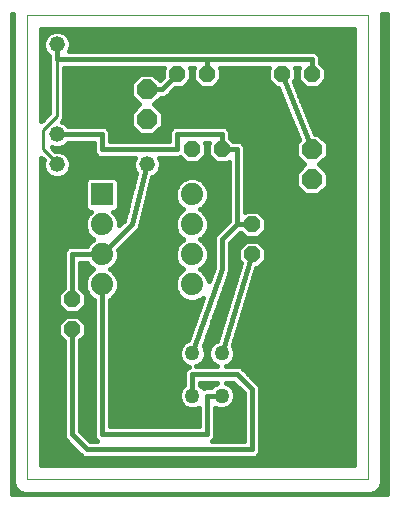
<source format=gtl>
G75*
%MOIN*%
%OFA0B0*%
%FSLAX25Y25*%
%IPPOS*%
%LPD*%
%AMOC8*
5,1,8,0,0,1.08239X$1,22.5*
%
%ADD10C,0.00000*%
%ADD11OC8,0.06600*%
%ADD12OC8,0.05200*%
%ADD13R,0.07400X0.07400*%
%ADD14C,0.07400*%
%ADD15C,0.05200*%
%ADD16C,0.05000*%
%ADD17C,0.01600*%
%ADD18C,0.01000*%
D10*
X0006800Y0006800D02*
X0006800Y0161761D01*
X0120501Y0161761D01*
X0120501Y0006800D01*
X0006800Y0006800D01*
D11*
X0101800Y0106800D03*
X0101800Y0116800D03*
X0046800Y0126800D03*
X0046800Y0136800D03*
D12*
X0056800Y0141800D03*
X0066800Y0141800D03*
X0061800Y0116800D03*
X0071800Y0116800D03*
X0081800Y0091800D03*
X0081800Y0081800D03*
X0091800Y0141800D03*
X0101800Y0141800D03*
X0021800Y0066800D03*
X0021800Y0056800D03*
D13*
X0031800Y0101800D03*
D14*
X0031800Y0091800D03*
X0031800Y0081800D03*
X0031800Y0071800D03*
X0061800Y0071800D03*
X0061800Y0081800D03*
X0061800Y0091800D03*
X0061800Y0101800D03*
D15*
X0046800Y0111800D03*
X0016800Y0111800D03*
X0016800Y0121800D03*
X0016800Y0151800D03*
D16*
X0061879Y0048887D03*
X0071721Y0048887D03*
X0071721Y0034713D03*
X0061879Y0034713D03*
D17*
X0001800Y0001800D02*
X0001800Y0161800D01*
X0002000Y0161800D01*
X0002000Y0005845D01*
X0002731Y0004081D01*
X0004081Y0002731D01*
X0005845Y0002000D01*
X0007755Y0002000D01*
X0119546Y0002000D01*
X0121456Y0002000D01*
X0123220Y0002731D01*
X0124570Y0004081D01*
X0125301Y0005845D01*
X0125301Y0161800D01*
X0126800Y0161800D01*
X0126800Y0001800D01*
X0001800Y0001800D01*
X0001800Y0002004D02*
X0005834Y0002004D01*
X0003209Y0003603D02*
X0001800Y0003603D01*
X0001800Y0005201D02*
X0002267Y0005201D01*
X0002000Y0006800D02*
X0001800Y0006800D01*
X0001800Y0008399D02*
X0002000Y0008399D01*
X0002000Y0009997D02*
X0001800Y0009997D01*
X0001800Y0011596D02*
X0002000Y0011596D01*
X0002000Y0013194D02*
X0001800Y0013194D01*
X0001800Y0014793D02*
X0002000Y0014793D01*
X0002000Y0016391D02*
X0001800Y0016391D01*
X0001800Y0017990D02*
X0002000Y0017990D01*
X0002000Y0019588D02*
X0001800Y0019588D01*
X0001800Y0021187D02*
X0002000Y0021187D01*
X0002000Y0022785D02*
X0001800Y0022785D01*
X0001800Y0024384D02*
X0002000Y0024384D01*
X0002000Y0025982D02*
X0001800Y0025982D01*
X0001800Y0027581D02*
X0002000Y0027581D01*
X0002000Y0029179D02*
X0001800Y0029179D01*
X0001800Y0030778D02*
X0002000Y0030778D01*
X0002000Y0032376D02*
X0001800Y0032376D01*
X0001800Y0033975D02*
X0002000Y0033975D01*
X0002000Y0035573D02*
X0001800Y0035573D01*
X0001800Y0037172D02*
X0002000Y0037172D01*
X0002000Y0038770D02*
X0001800Y0038770D01*
X0001800Y0040369D02*
X0002000Y0040369D01*
X0002000Y0041967D02*
X0001800Y0041967D01*
X0001800Y0043566D02*
X0002000Y0043566D01*
X0002000Y0045164D02*
X0001800Y0045164D01*
X0001800Y0046763D02*
X0002000Y0046763D01*
X0002000Y0048361D02*
X0001800Y0048361D01*
X0001800Y0049960D02*
X0002000Y0049960D01*
X0002000Y0051558D02*
X0001800Y0051558D01*
X0001800Y0053157D02*
X0002000Y0053157D01*
X0002000Y0054755D02*
X0001800Y0054755D01*
X0001800Y0056354D02*
X0002000Y0056354D01*
X0002000Y0057952D02*
X0001800Y0057952D01*
X0001800Y0059551D02*
X0002000Y0059551D01*
X0002000Y0061149D02*
X0001800Y0061149D01*
X0001800Y0062748D02*
X0002000Y0062748D01*
X0002000Y0064346D02*
X0001800Y0064346D01*
X0001800Y0065945D02*
X0002000Y0065945D01*
X0002000Y0067543D02*
X0001800Y0067543D01*
X0001800Y0069142D02*
X0002000Y0069142D01*
X0002000Y0070740D02*
X0001800Y0070740D01*
X0001800Y0072339D02*
X0002000Y0072339D01*
X0002000Y0073937D02*
X0001800Y0073937D01*
X0001800Y0075536D02*
X0002000Y0075536D01*
X0002000Y0077134D02*
X0001800Y0077134D01*
X0001800Y0078733D02*
X0002000Y0078733D01*
X0002000Y0080332D02*
X0001800Y0080332D01*
X0001800Y0081930D02*
X0002000Y0081930D01*
X0002000Y0083529D02*
X0001800Y0083529D01*
X0001800Y0085127D02*
X0002000Y0085127D01*
X0002000Y0086726D02*
X0001800Y0086726D01*
X0001800Y0088324D02*
X0002000Y0088324D01*
X0002000Y0089923D02*
X0001800Y0089923D01*
X0001800Y0091521D02*
X0002000Y0091521D01*
X0002000Y0093120D02*
X0001800Y0093120D01*
X0001800Y0094718D02*
X0002000Y0094718D01*
X0002000Y0096317D02*
X0001800Y0096317D01*
X0001800Y0097915D02*
X0002000Y0097915D01*
X0002000Y0099514D02*
X0001800Y0099514D01*
X0001800Y0101112D02*
X0002000Y0101112D01*
X0002000Y0102711D02*
X0001800Y0102711D01*
X0001800Y0104309D02*
X0002000Y0104309D01*
X0002000Y0105908D02*
X0001800Y0105908D01*
X0001800Y0107506D02*
X0002000Y0107506D01*
X0002000Y0109105D02*
X0001800Y0109105D01*
X0001800Y0110703D02*
X0002000Y0110703D01*
X0002000Y0112302D02*
X0001800Y0112302D01*
X0001800Y0113900D02*
X0002000Y0113900D01*
X0002000Y0115499D02*
X0001800Y0115499D01*
X0001800Y0117097D02*
X0002000Y0117097D01*
X0002000Y0118696D02*
X0001800Y0118696D01*
X0001800Y0120294D02*
X0002000Y0120294D01*
X0002000Y0121893D02*
X0001800Y0121893D01*
X0001800Y0123491D02*
X0002000Y0123491D01*
X0002000Y0125090D02*
X0001800Y0125090D01*
X0001800Y0126688D02*
X0002000Y0126688D01*
X0002000Y0128287D02*
X0001800Y0128287D01*
X0001800Y0129885D02*
X0002000Y0129885D01*
X0002000Y0131484D02*
X0001800Y0131484D01*
X0001800Y0133082D02*
X0002000Y0133082D01*
X0002000Y0134681D02*
X0001800Y0134681D01*
X0001800Y0136279D02*
X0002000Y0136279D01*
X0002000Y0137878D02*
X0001800Y0137878D01*
X0001800Y0139476D02*
X0002000Y0139476D01*
X0002000Y0141075D02*
X0001800Y0141075D01*
X0001800Y0142673D02*
X0002000Y0142673D01*
X0002000Y0144272D02*
X0001800Y0144272D01*
X0001800Y0145870D02*
X0002000Y0145870D01*
X0002000Y0147469D02*
X0001800Y0147469D01*
X0001800Y0149068D02*
X0002000Y0149068D01*
X0002000Y0150666D02*
X0001800Y0150666D01*
X0001800Y0152265D02*
X0002000Y0152265D01*
X0002000Y0153863D02*
X0001800Y0153863D01*
X0001800Y0155462D02*
X0002000Y0155462D01*
X0002000Y0157060D02*
X0001800Y0157060D01*
X0001800Y0158659D02*
X0002000Y0158659D01*
X0002000Y0160257D02*
X0001800Y0160257D01*
X0011600Y0156961D02*
X0115701Y0156961D01*
X0115701Y0011600D01*
X0011600Y0011600D01*
X0011600Y0113964D01*
X0012390Y0113174D01*
X0012200Y0112715D01*
X0012200Y0110885D01*
X0012900Y0109194D01*
X0014194Y0107900D01*
X0015885Y0107200D01*
X0017715Y0107200D01*
X0019406Y0107900D01*
X0020700Y0109194D01*
X0021400Y0110885D01*
X0021400Y0112715D01*
X0020700Y0114406D01*
X0019406Y0115700D01*
X0017715Y0116400D01*
X0016236Y0116400D01*
X0015118Y0117518D01*
X0015885Y0117200D01*
X0017715Y0117200D01*
X0019406Y0117900D01*
X0020505Y0119000D01*
X0029000Y0119000D01*
X0029000Y0116243D01*
X0029426Y0115214D01*
X0030214Y0114426D01*
X0031243Y0114000D01*
X0042732Y0114000D01*
X0042200Y0112715D01*
X0042200Y0110885D01*
X0042900Y0109194D01*
X0043190Y0108905D01*
X0039272Y0093231D01*
X0037500Y0091460D01*
X0037500Y0092934D01*
X0036632Y0095029D01*
X0035561Y0096100D01*
X0036328Y0096100D01*
X0037500Y0097272D01*
X0037500Y0106328D01*
X0036328Y0107500D01*
X0027272Y0107500D01*
X0026100Y0106328D01*
X0026100Y0097272D01*
X0027272Y0096100D01*
X0028039Y0096100D01*
X0026968Y0095029D01*
X0026100Y0092934D01*
X0026100Y0090666D01*
X0026968Y0088571D01*
X0028571Y0086968D01*
X0028976Y0086800D01*
X0028571Y0086632D01*
X0026968Y0085029D01*
X0026790Y0084600D01*
X0021243Y0084600D01*
X0020214Y0084174D01*
X0019426Y0083386D01*
X0019000Y0082357D01*
X0019000Y0070505D01*
X0017200Y0068705D01*
X0017200Y0064895D01*
X0019895Y0062200D01*
X0023705Y0062200D01*
X0026400Y0064895D01*
X0026400Y0068705D01*
X0024600Y0070505D01*
X0024600Y0079000D01*
X0026790Y0079000D01*
X0026968Y0078571D01*
X0028571Y0076968D01*
X0028976Y0076800D01*
X0028571Y0076632D01*
X0026968Y0075029D01*
X0026100Y0072934D01*
X0026100Y0070666D01*
X0026968Y0068571D01*
X0028571Y0066968D01*
X0029000Y0066790D01*
X0029000Y0021243D01*
X0029426Y0020214D01*
X0030040Y0019600D01*
X0027960Y0019600D01*
X0024600Y0022960D01*
X0024600Y0053095D01*
X0026400Y0054895D01*
X0026400Y0058705D01*
X0023705Y0061400D01*
X0019895Y0061400D01*
X0017200Y0058705D01*
X0017200Y0054895D01*
X0019000Y0053095D01*
X0019000Y0021243D01*
X0019426Y0020214D01*
X0020214Y0019426D01*
X0025214Y0014426D01*
X0026243Y0014000D01*
X0082357Y0014000D01*
X0083386Y0014426D01*
X0084174Y0015214D01*
X0084600Y0016243D01*
X0084600Y0037357D01*
X0084174Y0038386D01*
X0078386Y0044174D01*
X0077357Y0044600D01*
X0073131Y0044600D01*
X0074270Y0045072D01*
X0075536Y0046338D01*
X0076221Y0047991D01*
X0076221Y0049782D01*
X0075536Y0051436D01*
X0075455Y0051517D01*
X0083320Y0077200D01*
X0083705Y0077200D01*
X0086400Y0079895D01*
X0086400Y0083705D01*
X0083705Y0086400D01*
X0079895Y0086400D01*
X0077200Y0083705D01*
X0077200Y0079895D01*
X0078033Y0079062D01*
X0070076Y0053076D01*
X0069172Y0052702D01*
X0067906Y0051436D01*
X0067221Y0049782D01*
X0067221Y0047991D01*
X0067906Y0046338D01*
X0069172Y0045072D01*
X0070311Y0044600D01*
X0063289Y0044600D01*
X0064428Y0045072D01*
X0065694Y0046338D01*
X0066379Y0047991D01*
X0066379Y0049782D01*
X0065727Y0051354D01*
X0074414Y0075795D01*
X0074600Y0076243D01*
X0074600Y0076317D01*
X0074625Y0076387D01*
X0074600Y0076872D01*
X0074600Y0085640D01*
X0077960Y0089000D01*
X0078095Y0089000D01*
X0079895Y0087200D01*
X0083705Y0087200D01*
X0086400Y0089895D01*
X0086400Y0093705D01*
X0083705Y0096400D01*
X0079895Y0096400D01*
X0079600Y0096105D01*
X0079600Y0117357D01*
X0079174Y0118386D01*
X0078386Y0119174D01*
X0077357Y0119600D01*
X0075505Y0119600D01*
X0074600Y0120505D01*
X0074600Y0122357D01*
X0074174Y0123386D01*
X0073386Y0124174D01*
X0072357Y0124600D01*
X0056243Y0124600D01*
X0055214Y0124174D01*
X0054426Y0123386D01*
X0054000Y0122357D01*
X0054000Y0119600D01*
X0034600Y0119600D01*
X0034600Y0122357D01*
X0034174Y0123386D01*
X0033386Y0124174D01*
X0032357Y0124600D01*
X0020505Y0124600D01*
X0019406Y0125700D01*
X0018507Y0126072D01*
X0018819Y0126384D01*
X0019200Y0127303D01*
X0019200Y0144000D01*
X0052495Y0144000D01*
X0052200Y0143705D01*
X0052200Y0141160D01*
X0051068Y0140028D01*
X0048995Y0142100D01*
X0044605Y0142100D01*
X0041500Y0138995D01*
X0041500Y0134605D01*
X0044305Y0131800D01*
X0041500Y0128995D01*
X0041500Y0124605D01*
X0044605Y0121500D01*
X0048995Y0121500D01*
X0052100Y0124605D01*
X0052100Y0128995D01*
X0049295Y0131800D01*
X0051495Y0134000D01*
X0052357Y0134000D01*
X0053386Y0134426D01*
X0056160Y0137200D01*
X0058705Y0137200D01*
X0061400Y0139895D01*
X0061400Y0143705D01*
X0061105Y0144000D01*
X0062495Y0144000D01*
X0062200Y0143705D01*
X0062200Y0139895D01*
X0064895Y0137200D01*
X0068705Y0137200D01*
X0071400Y0139895D01*
X0071400Y0143705D01*
X0071105Y0144000D01*
X0087495Y0144000D01*
X0087200Y0143705D01*
X0087200Y0139895D01*
X0089895Y0137200D01*
X0090624Y0137200D01*
X0097504Y0120000D01*
X0096500Y0118995D01*
X0096500Y0114605D01*
X0099305Y0111800D01*
X0096500Y0108995D01*
X0096500Y0104605D01*
X0099605Y0101500D01*
X0103995Y0101500D01*
X0107100Y0104605D01*
X0107100Y0108995D01*
X0104295Y0111800D01*
X0107100Y0114605D01*
X0107100Y0118995D01*
X0103995Y0122100D01*
X0102696Y0122100D01*
X0095813Y0139307D01*
X0096400Y0139895D01*
X0096400Y0143705D01*
X0096105Y0144000D01*
X0097495Y0144000D01*
X0097200Y0143705D01*
X0097200Y0139895D01*
X0099895Y0137200D01*
X0103705Y0137200D01*
X0106400Y0139895D01*
X0106400Y0143705D01*
X0104600Y0145505D01*
X0104600Y0147357D01*
X0104174Y0148386D01*
X0103386Y0149174D01*
X0102357Y0149600D01*
X0020868Y0149600D01*
X0021400Y0150885D01*
X0021400Y0152715D01*
X0020700Y0154406D01*
X0019406Y0155700D01*
X0017715Y0156400D01*
X0015885Y0156400D01*
X0014194Y0155700D01*
X0012900Y0154406D01*
X0012200Y0152715D01*
X0012200Y0150885D01*
X0012900Y0149194D01*
X0014000Y0148095D01*
X0014000Y0146243D01*
X0014200Y0145760D01*
X0014200Y0128836D01*
X0011600Y0126236D01*
X0011600Y0156961D01*
X0011600Y0155462D02*
X0013956Y0155462D01*
X0012676Y0153863D02*
X0011600Y0153863D01*
X0011600Y0152265D02*
X0012200Y0152265D01*
X0012291Y0150666D02*
X0011600Y0150666D01*
X0011600Y0149068D02*
X0013027Y0149068D01*
X0014000Y0147469D02*
X0011600Y0147469D01*
X0011600Y0145870D02*
X0014154Y0145870D01*
X0014200Y0144272D02*
X0011600Y0144272D01*
X0011600Y0142673D02*
X0014200Y0142673D01*
X0014200Y0141075D02*
X0011600Y0141075D01*
X0011600Y0139476D02*
X0014200Y0139476D01*
X0014200Y0137878D02*
X0011600Y0137878D01*
X0011600Y0136279D02*
X0014200Y0136279D01*
X0014200Y0134681D02*
X0011600Y0134681D01*
X0011600Y0133082D02*
X0014200Y0133082D01*
X0014200Y0131484D02*
X0011600Y0131484D01*
X0011600Y0129885D02*
X0014200Y0129885D01*
X0013651Y0128287D02*
X0011600Y0128287D01*
X0011600Y0126688D02*
X0012053Y0126688D01*
X0016800Y0121800D02*
X0031800Y0121800D01*
X0031800Y0116800D01*
X0056800Y0116800D01*
X0056800Y0121800D01*
X0071800Y0121800D01*
X0071800Y0116800D01*
X0076800Y0116800D01*
X0076800Y0091800D01*
X0071800Y0086800D01*
X0071800Y0076800D01*
X0061879Y0048887D01*
X0065870Y0046763D02*
X0067730Y0046763D01*
X0067221Y0048361D02*
X0066379Y0048361D01*
X0066305Y0049960D02*
X0067295Y0049960D01*
X0068029Y0051558D02*
X0065800Y0051558D01*
X0066368Y0053157D02*
X0070101Y0053157D01*
X0070590Y0054755D02*
X0066936Y0054755D01*
X0067504Y0056354D02*
X0071080Y0056354D01*
X0071569Y0057952D02*
X0068073Y0057952D01*
X0068641Y0059551D02*
X0072059Y0059551D01*
X0072548Y0061149D02*
X0069209Y0061149D01*
X0069777Y0062748D02*
X0073038Y0062748D01*
X0073527Y0064346D02*
X0070345Y0064346D01*
X0070913Y0065945D02*
X0074017Y0065945D01*
X0074506Y0067543D02*
X0071482Y0067543D01*
X0072050Y0069142D02*
X0074996Y0069142D01*
X0075485Y0070740D02*
X0072618Y0070740D01*
X0073186Y0072339D02*
X0075975Y0072339D01*
X0076464Y0073937D02*
X0073754Y0073937D01*
X0074322Y0075536D02*
X0076954Y0075536D01*
X0077443Y0077134D02*
X0074600Y0077134D01*
X0074600Y0078733D02*
X0077933Y0078733D01*
X0077200Y0080332D02*
X0074600Y0080332D01*
X0074600Y0081930D02*
X0077200Y0081930D01*
X0077200Y0083529D02*
X0074600Y0083529D01*
X0074600Y0085127D02*
X0078622Y0085127D01*
X0078771Y0088324D02*
X0077284Y0088324D01*
X0075685Y0086726D02*
X0115701Y0086726D01*
X0115701Y0088324D02*
X0084829Y0088324D01*
X0086400Y0089923D02*
X0115701Y0089923D01*
X0115701Y0091521D02*
X0086400Y0091521D01*
X0086400Y0093120D02*
X0115701Y0093120D01*
X0115701Y0094718D02*
X0085387Y0094718D01*
X0083789Y0096317D02*
X0115701Y0096317D01*
X0115701Y0097915D02*
X0079600Y0097915D01*
X0079600Y0096317D02*
X0079811Y0096317D01*
X0079600Y0099514D02*
X0115701Y0099514D01*
X0115701Y0101112D02*
X0079600Y0101112D01*
X0079600Y0102711D02*
X0098394Y0102711D01*
X0096795Y0104309D02*
X0079600Y0104309D01*
X0079600Y0105908D02*
X0096500Y0105908D01*
X0096500Y0107506D02*
X0079600Y0107506D01*
X0079600Y0109105D02*
X0096609Y0109105D01*
X0098208Y0110703D02*
X0079600Y0110703D01*
X0079600Y0112302D02*
X0098803Y0112302D01*
X0097204Y0113900D02*
X0079600Y0113900D01*
X0079600Y0115499D02*
X0096500Y0115499D01*
X0096500Y0117097D02*
X0079600Y0117097D01*
X0078864Y0118696D02*
X0096500Y0118696D01*
X0097387Y0120294D02*
X0074811Y0120294D01*
X0074600Y0121893D02*
X0096747Y0121893D01*
X0096108Y0123491D02*
X0074068Y0123491D01*
X0067495Y0119000D02*
X0067200Y0118705D01*
X0067200Y0114895D01*
X0069895Y0112200D01*
X0073705Y0112200D01*
X0074000Y0112495D01*
X0074000Y0092960D01*
X0069426Y0088386D01*
X0069000Y0087357D01*
X0069000Y0077283D01*
X0067475Y0072993D01*
X0066632Y0075029D01*
X0065029Y0076632D01*
X0064624Y0076800D01*
X0065029Y0076968D01*
X0066632Y0078571D01*
X0067500Y0080666D01*
X0067500Y0082934D01*
X0066632Y0085029D01*
X0065029Y0086632D01*
X0064624Y0086800D01*
X0065029Y0086968D01*
X0066632Y0088571D01*
X0067500Y0090666D01*
X0067500Y0092934D01*
X0066632Y0095029D01*
X0065029Y0096632D01*
X0064624Y0096800D01*
X0065029Y0096968D01*
X0066632Y0098571D01*
X0067500Y0100666D01*
X0067500Y0102934D01*
X0066632Y0105029D01*
X0065029Y0106632D01*
X0062934Y0107500D01*
X0060666Y0107500D01*
X0058571Y0106632D01*
X0056968Y0105029D01*
X0056100Y0102934D01*
X0056100Y0100666D01*
X0056968Y0098571D01*
X0058571Y0096968D01*
X0058976Y0096800D01*
X0058571Y0096632D01*
X0056968Y0095029D01*
X0056100Y0092934D01*
X0056100Y0090666D01*
X0056968Y0088571D01*
X0058571Y0086968D01*
X0058976Y0086800D01*
X0058571Y0086632D01*
X0056968Y0085029D01*
X0056100Y0082934D01*
X0056100Y0080666D01*
X0056968Y0078571D01*
X0058571Y0076968D01*
X0058976Y0076800D01*
X0058571Y0076632D01*
X0056968Y0075029D01*
X0056100Y0072934D01*
X0056100Y0070666D01*
X0056968Y0068571D01*
X0058571Y0066968D01*
X0060666Y0066100D01*
X0062934Y0066100D01*
X0065029Y0066968D01*
X0065502Y0067441D01*
X0060424Y0053155D01*
X0059330Y0052702D01*
X0058064Y0051436D01*
X0057379Y0049782D01*
X0057379Y0047991D01*
X0058064Y0046338D01*
X0059330Y0045072D01*
X0060856Y0044440D01*
X0060214Y0044174D01*
X0059426Y0043386D01*
X0059000Y0042357D01*
X0059000Y0038199D01*
X0058064Y0037262D01*
X0057379Y0035608D01*
X0057379Y0033818D01*
X0058064Y0032164D01*
X0059330Y0030898D01*
X0060984Y0030213D01*
X0062774Y0030213D01*
X0064000Y0030721D01*
X0064000Y0024600D01*
X0034600Y0024600D01*
X0034600Y0066790D01*
X0035029Y0066968D01*
X0036632Y0068571D01*
X0037500Y0070666D01*
X0037500Y0072934D01*
X0036632Y0075029D01*
X0035029Y0076632D01*
X0034624Y0076800D01*
X0035029Y0076968D01*
X0036632Y0078571D01*
X0037500Y0080666D01*
X0037500Y0082934D01*
X0037322Y0083363D01*
X0043536Y0089576D01*
X0043718Y0089686D01*
X0043926Y0089967D01*
X0044174Y0090214D01*
X0044255Y0090410D01*
X0044381Y0090581D01*
X0044466Y0090920D01*
X0044600Y0091243D01*
X0044600Y0091455D01*
X0048631Y0107579D01*
X0049406Y0107900D01*
X0050700Y0109194D01*
X0051400Y0110885D01*
X0051400Y0112715D01*
X0050868Y0114000D01*
X0057357Y0114000D01*
X0057879Y0114216D01*
X0059895Y0112200D01*
X0063705Y0112200D01*
X0066400Y0114895D01*
X0066400Y0118705D01*
X0066105Y0119000D01*
X0067495Y0119000D01*
X0067200Y0118696D02*
X0066400Y0118696D01*
X0066400Y0117097D02*
X0067200Y0117097D01*
X0067200Y0115499D02*
X0066400Y0115499D01*
X0065406Y0113900D02*
X0068194Y0113900D01*
X0069793Y0112302D02*
X0063807Y0112302D01*
X0059793Y0112302D02*
X0051400Y0112302D01*
X0051325Y0110703D02*
X0074000Y0110703D01*
X0074000Y0109105D02*
X0050610Y0109105D01*
X0048613Y0107506D02*
X0074000Y0107506D01*
X0074000Y0105908D02*
X0065753Y0105908D01*
X0066930Y0104309D02*
X0074000Y0104309D01*
X0074000Y0102711D02*
X0067500Y0102711D01*
X0067500Y0101112D02*
X0074000Y0101112D01*
X0074000Y0099514D02*
X0067023Y0099514D01*
X0065976Y0097915D02*
X0074000Y0097915D01*
X0074000Y0096317D02*
X0065344Y0096317D01*
X0066761Y0094718D02*
X0074000Y0094718D01*
X0074000Y0093120D02*
X0067423Y0093120D01*
X0067500Y0091521D02*
X0072561Y0091521D01*
X0070963Y0089923D02*
X0067192Y0089923D01*
X0066385Y0088324D02*
X0069401Y0088324D01*
X0069000Y0086726D02*
X0064803Y0086726D01*
X0066534Y0085127D02*
X0069000Y0085127D01*
X0069000Y0083529D02*
X0067254Y0083529D01*
X0067500Y0081930D02*
X0069000Y0081930D01*
X0069000Y0080332D02*
X0067361Y0080332D01*
X0066699Y0078733D02*
X0069000Y0078733D01*
X0068947Y0077134D02*
X0065196Y0077134D01*
X0066125Y0075536D02*
X0068379Y0075536D01*
X0067811Y0073937D02*
X0067084Y0073937D01*
X0064970Y0065945D02*
X0034600Y0065945D01*
X0034600Y0064346D02*
X0064402Y0064346D01*
X0063834Y0062748D02*
X0034600Y0062748D01*
X0034600Y0061149D02*
X0063266Y0061149D01*
X0062698Y0059551D02*
X0034600Y0059551D01*
X0034600Y0057952D02*
X0062129Y0057952D01*
X0061561Y0056354D02*
X0034600Y0056354D01*
X0034600Y0054755D02*
X0060993Y0054755D01*
X0060425Y0053157D02*
X0034600Y0053157D01*
X0034600Y0051558D02*
X0058186Y0051558D01*
X0057453Y0049960D02*
X0034600Y0049960D01*
X0034600Y0048361D02*
X0057379Y0048361D01*
X0057888Y0046763D02*
X0034600Y0046763D01*
X0034600Y0045164D02*
X0059237Y0045164D01*
X0059606Y0043566D02*
X0034600Y0043566D01*
X0034600Y0041967D02*
X0059000Y0041967D01*
X0059000Y0040369D02*
X0034600Y0040369D01*
X0034600Y0038770D02*
X0059000Y0038770D01*
X0058026Y0037172D02*
X0034600Y0037172D01*
X0034600Y0035573D02*
X0057379Y0035573D01*
X0057379Y0033975D02*
X0034600Y0033975D01*
X0034600Y0032376D02*
X0057976Y0032376D01*
X0059621Y0030778D02*
X0034600Y0030778D01*
X0034600Y0029179D02*
X0064000Y0029179D01*
X0064000Y0027581D02*
X0034600Y0027581D01*
X0034600Y0025982D02*
X0064000Y0025982D01*
X0066800Y0021800D02*
X0031800Y0021800D01*
X0031800Y0071800D01*
X0027996Y0067543D02*
X0026400Y0067543D01*
X0026400Y0065945D02*
X0029000Y0065945D01*
X0029000Y0064346D02*
X0025852Y0064346D01*
X0024253Y0062748D02*
X0029000Y0062748D01*
X0029000Y0061149D02*
X0023956Y0061149D01*
X0025554Y0059551D02*
X0029000Y0059551D01*
X0029000Y0057952D02*
X0026400Y0057952D01*
X0026400Y0056354D02*
X0029000Y0056354D01*
X0029000Y0054755D02*
X0026261Y0054755D01*
X0024662Y0053157D02*
X0029000Y0053157D01*
X0029000Y0051558D02*
X0024600Y0051558D01*
X0024600Y0049960D02*
X0029000Y0049960D01*
X0029000Y0048361D02*
X0024600Y0048361D01*
X0024600Y0046763D02*
X0029000Y0046763D01*
X0029000Y0045164D02*
X0024600Y0045164D01*
X0024600Y0043566D02*
X0029000Y0043566D01*
X0029000Y0041967D02*
X0024600Y0041967D01*
X0024600Y0040369D02*
X0029000Y0040369D01*
X0029000Y0038770D02*
X0024600Y0038770D01*
X0024600Y0037172D02*
X0029000Y0037172D01*
X0029000Y0035573D02*
X0024600Y0035573D01*
X0024600Y0033975D02*
X0029000Y0033975D01*
X0029000Y0032376D02*
X0024600Y0032376D01*
X0024600Y0030778D02*
X0029000Y0030778D01*
X0029000Y0029179D02*
X0024600Y0029179D01*
X0024600Y0027581D02*
X0029000Y0027581D01*
X0029000Y0025982D02*
X0024600Y0025982D01*
X0024600Y0024384D02*
X0029000Y0024384D01*
X0029000Y0022785D02*
X0024775Y0022785D01*
X0026373Y0021187D02*
X0029023Y0021187D01*
X0026800Y0016800D02*
X0021800Y0021800D01*
X0021800Y0056800D01*
X0018938Y0053157D02*
X0011600Y0053157D01*
X0011600Y0054755D02*
X0017339Y0054755D01*
X0017200Y0056354D02*
X0011600Y0056354D01*
X0011600Y0057952D02*
X0017200Y0057952D01*
X0018045Y0059551D02*
X0011600Y0059551D01*
X0011600Y0061149D02*
X0019644Y0061149D01*
X0019347Y0062748D02*
X0011600Y0062748D01*
X0011600Y0064346D02*
X0017748Y0064346D01*
X0017200Y0065945D02*
X0011600Y0065945D01*
X0011600Y0067543D02*
X0017200Y0067543D01*
X0017637Y0069142D02*
X0011600Y0069142D01*
X0011600Y0070740D02*
X0019000Y0070740D01*
X0019000Y0072339D02*
X0011600Y0072339D01*
X0011600Y0073937D02*
X0019000Y0073937D01*
X0019000Y0075536D02*
X0011600Y0075536D01*
X0011600Y0077134D02*
X0019000Y0077134D01*
X0019000Y0078733D02*
X0011600Y0078733D01*
X0011600Y0080332D02*
X0019000Y0080332D01*
X0019000Y0081930D02*
X0011600Y0081930D01*
X0011600Y0083529D02*
X0019569Y0083529D01*
X0021800Y0081800D02*
X0031800Y0081800D01*
X0041800Y0091800D01*
X0046800Y0111800D01*
X0042691Y0113900D02*
X0020909Y0113900D01*
X0021400Y0112302D02*
X0042200Y0112302D01*
X0042275Y0110703D02*
X0021325Y0110703D01*
X0020610Y0109105D02*
X0042990Y0109105D01*
X0042840Y0107506D02*
X0018454Y0107506D01*
X0015146Y0107506D02*
X0011600Y0107506D01*
X0011600Y0105908D02*
X0026100Y0105908D01*
X0026100Y0104309D02*
X0011600Y0104309D01*
X0011600Y0102711D02*
X0026100Y0102711D01*
X0026100Y0101112D02*
X0011600Y0101112D01*
X0011600Y0099514D02*
X0026100Y0099514D01*
X0026100Y0097915D02*
X0011600Y0097915D01*
X0011600Y0096317D02*
X0027055Y0096317D01*
X0026839Y0094718D02*
X0011600Y0094718D01*
X0011600Y0093120D02*
X0026177Y0093120D01*
X0026100Y0091521D02*
X0011600Y0091521D01*
X0011600Y0089923D02*
X0026408Y0089923D01*
X0027215Y0088324D02*
X0011600Y0088324D01*
X0011600Y0086726D02*
X0028797Y0086726D01*
X0027066Y0085127D02*
X0011600Y0085127D01*
X0021800Y0081800D02*
X0021800Y0066800D01*
X0025963Y0069142D02*
X0026731Y0069142D01*
X0026100Y0070740D02*
X0024600Y0070740D01*
X0024600Y0072339D02*
X0026100Y0072339D01*
X0026516Y0073937D02*
X0024600Y0073937D01*
X0024600Y0075536D02*
X0027475Y0075536D01*
X0028404Y0077134D02*
X0024600Y0077134D01*
X0024600Y0078733D02*
X0026901Y0078733D01*
X0035196Y0077134D02*
X0058404Y0077134D01*
X0057475Y0075536D02*
X0036125Y0075536D01*
X0037084Y0073937D02*
X0056516Y0073937D01*
X0056100Y0072339D02*
X0037500Y0072339D01*
X0037500Y0070740D02*
X0056100Y0070740D01*
X0056731Y0069142D02*
X0036869Y0069142D01*
X0035604Y0067543D02*
X0057996Y0067543D01*
X0056901Y0078733D02*
X0036699Y0078733D01*
X0037361Y0080332D02*
X0056239Y0080332D01*
X0056100Y0081930D02*
X0037500Y0081930D01*
X0037488Y0083529D02*
X0056346Y0083529D01*
X0057066Y0085127D02*
X0039087Y0085127D01*
X0040685Y0086726D02*
X0058797Y0086726D01*
X0057215Y0088324D02*
X0042284Y0088324D01*
X0043894Y0089923D02*
X0056408Y0089923D01*
X0056100Y0091521D02*
X0044616Y0091521D01*
X0045016Y0093120D02*
X0056177Y0093120D01*
X0056839Y0094718D02*
X0045416Y0094718D01*
X0045815Y0096317D02*
X0058256Y0096317D01*
X0057624Y0097915D02*
X0046215Y0097915D01*
X0046615Y0099514D02*
X0056577Y0099514D01*
X0056100Y0101112D02*
X0047014Y0101112D01*
X0047414Y0102711D02*
X0056100Y0102711D01*
X0056670Y0104309D02*
X0047813Y0104309D01*
X0048213Y0105908D02*
X0057847Y0105908D01*
X0058194Y0113900D02*
X0050909Y0113900D01*
X0054000Y0120294D02*
X0034600Y0120294D01*
X0034600Y0121893D02*
X0044212Y0121893D01*
X0042613Y0123491D02*
X0034068Y0123491D01*
X0029000Y0118696D02*
X0020201Y0118696D01*
X0019607Y0115499D02*
X0029308Y0115499D01*
X0029000Y0117097D02*
X0015538Y0117097D01*
X0011664Y0113900D02*
X0011600Y0113900D01*
X0011600Y0112302D02*
X0012200Y0112302D01*
X0012275Y0110703D02*
X0011600Y0110703D01*
X0011600Y0109105D02*
X0012990Y0109105D01*
X0020016Y0125090D02*
X0041500Y0125090D01*
X0041500Y0126688D02*
X0018946Y0126688D01*
X0019200Y0128287D02*
X0041500Y0128287D01*
X0042390Y0129885D02*
X0019200Y0129885D01*
X0019200Y0131484D02*
X0043989Y0131484D01*
X0043022Y0133082D02*
X0019200Y0133082D01*
X0019200Y0134681D02*
X0041500Y0134681D01*
X0041500Y0136279D02*
X0019200Y0136279D01*
X0019200Y0137878D02*
X0041500Y0137878D01*
X0041981Y0139476D02*
X0019200Y0139476D01*
X0019200Y0141075D02*
X0043580Y0141075D01*
X0046800Y0136800D02*
X0051800Y0136800D01*
X0056800Y0141800D01*
X0059383Y0137878D02*
X0064217Y0137878D01*
X0062618Y0139476D02*
X0060982Y0139476D01*
X0061400Y0141075D02*
X0062200Y0141075D01*
X0062200Y0142673D02*
X0061400Y0142673D01*
X0066800Y0141800D02*
X0066800Y0146800D01*
X0101800Y0146800D01*
X0101800Y0141800D01*
X0104383Y0137878D02*
X0115701Y0137878D01*
X0115701Y0139476D02*
X0105982Y0139476D01*
X0106400Y0141075D02*
X0115701Y0141075D01*
X0115701Y0142673D02*
X0106400Y0142673D01*
X0105833Y0144272D02*
X0115701Y0144272D01*
X0115701Y0145870D02*
X0104600Y0145870D01*
X0104554Y0147469D02*
X0115701Y0147469D01*
X0115701Y0149068D02*
X0103492Y0149068D01*
X0097200Y0142673D02*
X0096400Y0142673D01*
X0096400Y0141075D02*
X0097200Y0141075D01*
X0097618Y0139476D02*
X0095982Y0139476D01*
X0096384Y0137878D02*
X0099217Y0137878D01*
X0097024Y0136279D02*
X0115701Y0136279D01*
X0115701Y0134681D02*
X0097663Y0134681D01*
X0098303Y0133082D02*
X0115701Y0133082D01*
X0115701Y0131484D02*
X0098942Y0131484D01*
X0099582Y0129885D02*
X0115701Y0129885D01*
X0115701Y0128287D02*
X0100221Y0128287D01*
X0100860Y0126688D02*
X0115701Y0126688D01*
X0115701Y0125090D02*
X0101500Y0125090D01*
X0102139Y0123491D02*
X0115701Y0123491D01*
X0115701Y0121893D02*
X0104202Y0121893D01*
X0105801Y0120294D02*
X0115701Y0120294D01*
X0115701Y0118696D02*
X0107100Y0118696D01*
X0107100Y0117097D02*
X0115701Y0117097D01*
X0115701Y0115499D02*
X0107100Y0115499D01*
X0106396Y0113900D02*
X0115701Y0113900D01*
X0115701Y0112302D02*
X0104797Y0112302D01*
X0105392Y0110703D02*
X0115701Y0110703D01*
X0115701Y0109105D02*
X0106991Y0109105D01*
X0107100Y0107506D02*
X0115701Y0107506D01*
X0115701Y0105908D02*
X0107100Y0105908D01*
X0106805Y0104309D02*
X0115701Y0104309D01*
X0115701Y0102711D02*
X0105206Y0102711D01*
X0101800Y0116800D02*
X0091800Y0141800D01*
X0089217Y0137878D02*
X0069383Y0137878D01*
X0070982Y0139476D02*
X0087618Y0139476D01*
X0087200Y0141075D02*
X0071400Y0141075D01*
X0071400Y0142673D02*
X0087200Y0142673D01*
X0090993Y0136279D02*
X0055239Y0136279D01*
X0053641Y0134681D02*
X0091632Y0134681D01*
X0092271Y0133082D02*
X0050578Y0133082D01*
X0049611Y0131484D02*
X0092911Y0131484D01*
X0093550Y0129885D02*
X0051210Y0129885D01*
X0052100Y0128287D02*
X0094190Y0128287D01*
X0094829Y0126688D02*
X0052100Y0126688D01*
X0052100Y0125090D02*
X0095468Y0125090D01*
X0074000Y0112302D02*
X0073807Y0112302D01*
X0076800Y0091800D02*
X0081800Y0091800D01*
X0084978Y0085127D02*
X0115701Y0085127D01*
X0115701Y0083529D02*
X0086400Y0083529D01*
X0086400Y0081930D02*
X0115701Y0081930D01*
X0115701Y0080332D02*
X0086400Y0080332D01*
X0085238Y0078733D02*
X0115701Y0078733D01*
X0115701Y0077134D02*
X0083300Y0077134D01*
X0082810Y0075536D02*
X0115701Y0075536D01*
X0115701Y0073937D02*
X0082321Y0073937D01*
X0081831Y0072339D02*
X0115701Y0072339D01*
X0115701Y0070740D02*
X0081342Y0070740D01*
X0080852Y0069142D02*
X0115701Y0069142D01*
X0115701Y0067543D02*
X0080363Y0067543D01*
X0079873Y0065945D02*
X0115701Y0065945D01*
X0115701Y0064346D02*
X0079384Y0064346D01*
X0078894Y0062748D02*
X0115701Y0062748D01*
X0115701Y0061149D02*
X0078405Y0061149D01*
X0077915Y0059551D02*
X0115701Y0059551D01*
X0115701Y0057952D02*
X0077426Y0057952D01*
X0076936Y0056354D02*
X0115701Y0056354D01*
X0115701Y0054755D02*
X0076447Y0054755D01*
X0075957Y0053157D02*
X0115701Y0053157D01*
X0115701Y0051558D02*
X0075468Y0051558D01*
X0076147Y0049960D02*
X0115701Y0049960D01*
X0115701Y0048361D02*
X0076221Y0048361D01*
X0075712Y0046763D02*
X0115701Y0046763D01*
X0115701Y0045164D02*
X0074363Y0045164D01*
X0076800Y0041800D02*
X0081800Y0036800D01*
X0081800Y0016800D01*
X0026800Y0016800D01*
X0024848Y0014793D02*
X0011600Y0014793D01*
X0011600Y0016391D02*
X0023249Y0016391D01*
X0021651Y0017990D02*
X0011600Y0017990D01*
X0011600Y0019588D02*
X0020052Y0019588D01*
X0020214Y0019426D02*
X0020214Y0019426D01*
X0019023Y0021187D02*
X0011600Y0021187D01*
X0011600Y0022785D02*
X0019000Y0022785D01*
X0019000Y0024384D02*
X0011600Y0024384D01*
X0011600Y0025982D02*
X0019000Y0025982D01*
X0019000Y0027581D02*
X0011600Y0027581D01*
X0011600Y0029179D02*
X0019000Y0029179D01*
X0019000Y0030778D02*
X0011600Y0030778D01*
X0011600Y0032376D02*
X0019000Y0032376D01*
X0019000Y0033975D02*
X0011600Y0033975D01*
X0011600Y0035573D02*
X0019000Y0035573D01*
X0019000Y0037172D02*
X0011600Y0037172D01*
X0011600Y0038770D02*
X0019000Y0038770D01*
X0019000Y0040369D02*
X0011600Y0040369D01*
X0011600Y0041967D02*
X0019000Y0041967D01*
X0019000Y0043566D02*
X0011600Y0043566D01*
X0011600Y0045164D02*
X0019000Y0045164D01*
X0019000Y0046763D02*
X0011600Y0046763D01*
X0011600Y0048361D02*
X0019000Y0048361D01*
X0019000Y0049960D02*
X0011600Y0049960D01*
X0011600Y0051558D02*
X0019000Y0051558D01*
X0011600Y0013194D02*
X0115701Y0013194D01*
X0115701Y0014793D02*
X0083752Y0014793D01*
X0084600Y0016391D02*
X0115701Y0016391D01*
X0115701Y0017990D02*
X0084600Y0017990D01*
X0084600Y0019588D02*
X0115701Y0019588D01*
X0115701Y0021187D02*
X0084600Y0021187D01*
X0084600Y0022785D02*
X0115701Y0022785D01*
X0115701Y0024384D02*
X0084600Y0024384D01*
X0084600Y0025982D02*
X0115701Y0025982D01*
X0115701Y0027581D02*
X0084600Y0027581D01*
X0084600Y0029179D02*
X0115701Y0029179D01*
X0115701Y0030778D02*
X0084600Y0030778D01*
X0084600Y0032376D02*
X0115701Y0032376D01*
X0115701Y0033975D02*
X0084600Y0033975D01*
X0084600Y0035573D02*
X0115701Y0035573D01*
X0115701Y0037172D02*
X0084600Y0037172D01*
X0083790Y0038770D02*
X0115701Y0038770D01*
X0115701Y0040369D02*
X0082191Y0040369D01*
X0080593Y0041967D02*
X0115701Y0041967D01*
X0115701Y0043566D02*
X0078994Y0043566D01*
X0076800Y0041800D02*
X0061800Y0041800D01*
X0061800Y0036800D01*
X0061879Y0034713D01*
X0064600Y0038356D02*
X0064600Y0039000D01*
X0070311Y0039000D01*
X0069172Y0038528D01*
X0068157Y0037513D01*
X0066243Y0037513D01*
X0065677Y0037279D01*
X0064600Y0038356D01*
X0064600Y0038770D02*
X0069756Y0038770D01*
X0073131Y0039000D02*
X0075640Y0039000D01*
X0079000Y0035640D01*
X0079000Y0019600D01*
X0068560Y0019600D01*
X0069174Y0020214D01*
X0069600Y0021243D01*
X0069600Y0030721D01*
X0070826Y0030213D01*
X0072616Y0030213D01*
X0074270Y0030898D01*
X0075536Y0032164D01*
X0076221Y0033818D01*
X0076221Y0035608D01*
X0075536Y0037262D01*
X0074270Y0038528D01*
X0073131Y0039000D01*
X0073686Y0038770D02*
X0075870Y0038770D01*
X0075574Y0037172D02*
X0077468Y0037172D01*
X0076221Y0035573D02*
X0079000Y0035573D01*
X0079000Y0033975D02*
X0076221Y0033975D01*
X0075624Y0032376D02*
X0079000Y0032376D01*
X0079000Y0030778D02*
X0073979Y0030778D01*
X0071721Y0034713D02*
X0066800Y0034713D01*
X0066800Y0021800D01*
X0069577Y0021187D02*
X0079000Y0021187D01*
X0079000Y0022785D02*
X0069600Y0022785D01*
X0069600Y0024384D02*
X0079000Y0024384D01*
X0079000Y0025982D02*
X0069600Y0025982D01*
X0069600Y0027581D02*
X0079000Y0027581D01*
X0079000Y0029179D02*
X0069600Y0029179D01*
X0069080Y0045164D02*
X0064520Y0045164D01*
X0071721Y0048887D02*
X0081800Y0081800D01*
X0054000Y0121893D02*
X0049388Y0121893D01*
X0050987Y0123491D02*
X0054532Y0123491D01*
X0052115Y0141075D02*
X0050020Y0141075D01*
X0052200Y0142673D02*
X0019200Y0142673D01*
X0016800Y0146800D02*
X0066800Y0146800D01*
X0042441Y0105908D02*
X0037500Y0105908D01*
X0037500Y0104309D02*
X0042041Y0104309D01*
X0041641Y0102711D02*
X0037500Y0102711D01*
X0037500Y0101112D02*
X0041242Y0101112D01*
X0040842Y0099514D02*
X0037500Y0099514D01*
X0037500Y0097915D02*
X0040443Y0097915D01*
X0040043Y0096317D02*
X0036545Y0096317D01*
X0036761Y0094718D02*
X0039643Y0094718D01*
X0039160Y0093120D02*
X0037423Y0093120D01*
X0037500Y0091521D02*
X0037561Y0091521D01*
X0016800Y0146800D02*
X0016800Y0151800D01*
X0020924Y0153863D02*
X0115701Y0153863D01*
X0115701Y0152265D02*
X0021400Y0152265D01*
X0021309Y0150666D02*
X0115701Y0150666D01*
X0115701Y0155462D02*
X0019644Y0155462D01*
X0125301Y0155462D02*
X0126800Y0155462D01*
X0126800Y0157060D02*
X0125301Y0157060D01*
X0125301Y0158659D02*
X0126800Y0158659D01*
X0126800Y0160257D02*
X0125301Y0160257D01*
X0125301Y0153863D02*
X0126800Y0153863D01*
X0126800Y0152265D02*
X0125301Y0152265D01*
X0125301Y0150666D02*
X0126800Y0150666D01*
X0126800Y0149068D02*
X0125301Y0149068D01*
X0125301Y0147469D02*
X0126800Y0147469D01*
X0126800Y0145870D02*
X0125301Y0145870D01*
X0125301Y0144272D02*
X0126800Y0144272D01*
X0126800Y0142673D02*
X0125301Y0142673D01*
X0125301Y0141075D02*
X0126800Y0141075D01*
X0126800Y0139476D02*
X0125301Y0139476D01*
X0125301Y0137878D02*
X0126800Y0137878D01*
X0126800Y0136279D02*
X0125301Y0136279D01*
X0125301Y0134681D02*
X0126800Y0134681D01*
X0126800Y0133082D02*
X0125301Y0133082D01*
X0125301Y0131484D02*
X0126800Y0131484D01*
X0126800Y0129885D02*
X0125301Y0129885D01*
X0125301Y0128287D02*
X0126800Y0128287D01*
X0126800Y0126688D02*
X0125301Y0126688D01*
X0125301Y0125090D02*
X0126800Y0125090D01*
X0126800Y0123491D02*
X0125301Y0123491D01*
X0125301Y0121893D02*
X0126800Y0121893D01*
X0126800Y0120294D02*
X0125301Y0120294D01*
X0125301Y0118696D02*
X0126800Y0118696D01*
X0126800Y0117097D02*
X0125301Y0117097D01*
X0125301Y0115499D02*
X0126800Y0115499D01*
X0126800Y0113900D02*
X0125301Y0113900D01*
X0125301Y0112302D02*
X0126800Y0112302D01*
X0126800Y0110703D02*
X0125301Y0110703D01*
X0125301Y0109105D02*
X0126800Y0109105D01*
X0126800Y0107506D02*
X0125301Y0107506D01*
X0125301Y0105908D02*
X0126800Y0105908D01*
X0126800Y0104309D02*
X0125301Y0104309D01*
X0125301Y0102711D02*
X0126800Y0102711D01*
X0126800Y0101112D02*
X0125301Y0101112D01*
X0125301Y0099514D02*
X0126800Y0099514D01*
X0126800Y0097915D02*
X0125301Y0097915D01*
X0125301Y0096317D02*
X0126800Y0096317D01*
X0126800Y0094718D02*
X0125301Y0094718D01*
X0125301Y0093120D02*
X0126800Y0093120D01*
X0126800Y0091521D02*
X0125301Y0091521D01*
X0125301Y0089923D02*
X0126800Y0089923D01*
X0126800Y0088324D02*
X0125301Y0088324D01*
X0125301Y0086726D02*
X0126800Y0086726D01*
X0126800Y0085127D02*
X0125301Y0085127D01*
X0125301Y0083529D02*
X0126800Y0083529D01*
X0126800Y0081930D02*
X0125301Y0081930D01*
X0125301Y0080332D02*
X0126800Y0080332D01*
X0126800Y0078733D02*
X0125301Y0078733D01*
X0125301Y0077134D02*
X0126800Y0077134D01*
X0126800Y0075536D02*
X0125301Y0075536D01*
X0125301Y0073937D02*
X0126800Y0073937D01*
X0126800Y0072339D02*
X0125301Y0072339D01*
X0125301Y0070740D02*
X0126800Y0070740D01*
X0126800Y0069142D02*
X0125301Y0069142D01*
X0125301Y0067543D02*
X0126800Y0067543D01*
X0126800Y0065945D02*
X0125301Y0065945D01*
X0125301Y0064346D02*
X0126800Y0064346D01*
X0126800Y0062748D02*
X0125301Y0062748D01*
X0125301Y0061149D02*
X0126800Y0061149D01*
X0126800Y0059551D02*
X0125301Y0059551D01*
X0125301Y0057952D02*
X0126800Y0057952D01*
X0126800Y0056354D02*
X0125301Y0056354D01*
X0125301Y0054755D02*
X0126800Y0054755D01*
X0126800Y0053157D02*
X0125301Y0053157D01*
X0125301Y0051558D02*
X0126800Y0051558D01*
X0126800Y0049960D02*
X0125301Y0049960D01*
X0125301Y0048361D02*
X0126800Y0048361D01*
X0126800Y0046763D02*
X0125301Y0046763D01*
X0125301Y0045164D02*
X0126800Y0045164D01*
X0126800Y0043566D02*
X0125301Y0043566D01*
X0125301Y0041967D02*
X0126800Y0041967D01*
X0126800Y0040369D02*
X0125301Y0040369D01*
X0125301Y0038770D02*
X0126800Y0038770D01*
X0126800Y0037172D02*
X0125301Y0037172D01*
X0125301Y0035573D02*
X0126800Y0035573D01*
X0126800Y0033975D02*
X0125301Y0033975D01*
X0125301Y0032376D02*
X0126800Y0032376D01*
X0126800Y0030778D02*
X0125301Y0030778D01*
X0125301Y0029179D02*
X0126800Y0029179D01*
X0126800Y0027581D02*
X0125301Y0027581D01*
X0125301Y0025982D02*
X0126800Y0025982D01*
X0126800Y0024384D02*
X0125301Y0024384D01*
X0125301Y0022785D02*
X0126800Y0022785D01*
X0126800Y0021187D02*
X0125301Y0021187D01*
X0125301Y0019588D02*
X0126800Y0019588D01*
X0126800Y0017990D02*
X0125301Y0017990D01*
X0125301Y0016391D02*
X0126800Y0016391D01*
X0126800Y0014793D02*
X0125301Y0014793D01*
X0125301Y0013194D02*
X0126800Y0013194D01*
X0126800Y0011596D02*
X0125301Y0011596D01*
X0125301Y0009997D02*
X0126800Y0009997D01*
X0126800Y0008399D02*
X0125301Y0008399D01*
X0125301Y0006800D02*
X0126800Y0006800D01*
X0126800Y0005201D02*
X0125034Y0005201D01*
X0124092Y0003603D02*
X0126800Y0003603D01*
X0126800Y0002004D02*
X0121466Y0002004D01*
D18*
X0016800Y0111800D02*
X0016700Y0112400D01*
X0012300Y0116800D01*
X0012300Y0123400D01*
X0016700Y0127800D01*
X0016700Y0146500D01*
X0016800Y0146800D01*
M02*

</source>
